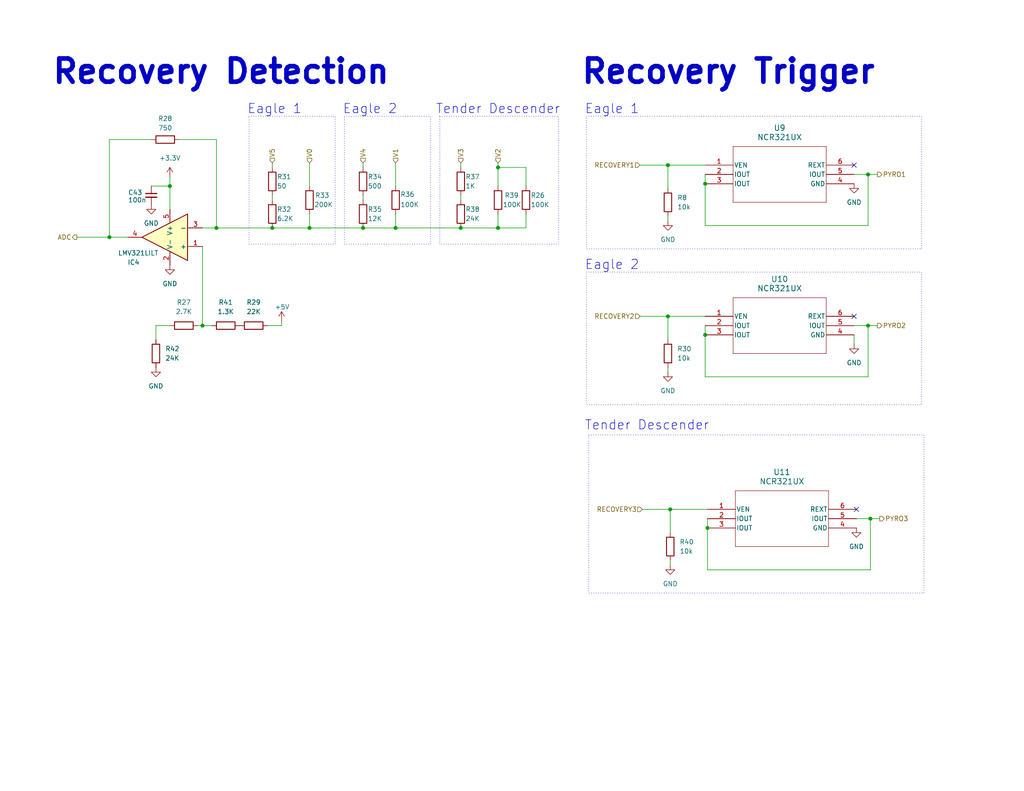
<source format=kicad_sch>
(kicad_sch (version 20250114) (generator "eeschema") (generator_version "9.0")
  (paper "User" 279.4 215.9)
  (lib_symbols
    (symbol "Device:C_Small" (pin_numbers (hide yes)) (pin_names (offset 0.254) (hide yes))
      (property "Reference" "C" (at 0.254 1.778 0))
      (property "Value" "C_Small" (at 0.254 -2.032 0))
      (symbol "C_Small_0_1"
        (polyline (pts (xy -1.524 0.508) (xy 1.524 0.508)) (stroke (width 0.3048)))
        (polyline (pts (xy -1.524 -0.508) (xy 1.524 -0.508)) (stroke (width 0.3302)))
      )
      (symbol "C_Small_1_1"
        (pin passive line (at 0 2.54 270) (length 2.032) (name "~") (number "1"))
        (pin passive line (at 0 -2.54 90) (length 2.032) (name "~") (number "2"))
      )
    )
    (symbol "Device:R" (pin_numbers (hide yes)) (pin_names (offset 0))
      (property "Reference" "R" (at 2.032 0 90))
      (property "Value" "R" (at 0 0 90))
      (symbol "R_0_1"
        (rectangle (start -1.016 -2.54) (end 1.016 2.54) (stroke (width 0.254)))
      )
      (symbol "R_1_1"
        (pin passive line (at 0 3.81 270) (length 1.27) (name "~") (number "1"))
        (pin passive line (at 0 -3.81 90) (length 1.27) (name "~") (number "2"))
      )
    )
    (symbol "LMV321LILT:LMV321LILT"
      (property "Value" "LMV321LILT" (at 2.794 6.858 0))
      (symbol "LMV321LILT_1_1"
        (polyline (pts (xy 2.794 3.81) (xy 15.24 -2.54) (xy 2.794 -8.89) (xy 2.794 3.556)) (stroke (width 0.254)) (fill (type background)))
        (pin passive line (at -1.27 0 0) (length 3.81) (name "-") (number "3"))
        (pin passive line (at -1.27 -5.08 0) (length 3.81) (name "+") (number "1"))
        (pin passive line (at 7.62 5.08 270) (length 3.81) (name "V+") (number "5"))
        (pin power_in line (at 7.62 -10.16 90) (length 3.81) (name "V-") (number "2"))
        (pin passive line (at 19.05 -2.54 180) (length 3.81) (name "") (number "4"))
      )
    )
    (symbol "NCR321UX:NCR321UX" (pin_names (offset 0.254))
      (property "Reference" "U" (at 20.32 10.16 0))
      (property "Value" "NCR321UX" (at 20.32 7.62 0))
      (symbol "NCR321UX_0_1"
        (polyline (pts (xy 7.62 5.08) (xy 7.62 -10.16)) (stroke (width 0.127)))
        (polyline (pts (xy 7.62 -10.16) (xy 33.02 -10.16)) (stroke (width 0.127)))
        (polyline (pts (xy 33.02 5.08) (xy 7.62 5.08)) (stroke (width 0.127)))
        (polyline (pts (xy 33.02 -10.16) (xy 33.02 5.08)) (stroke (width 0.127)))
        (pin passive line (at 0 0 0) (length 7.62) (name "VEN") (number "1"))
        (pin passive line (at 0 -2.54 0) (length 7.62) (name "IOUT") (number "2"))
        (pin passive line (at 0 -5.08 0) (length 7.62) (name "IOUT") (number "3"))
        (pin passive line (at 40.64 0 180) (length 7.62) (name "REXT") (number "6"))
        (pin passive line (at 40.64 -2.54 180) (length 7.62) (name "IOUT") (number "5"))
        (pin passive line (at 40.64 -5.08 180) (length 7.62) (name "GND") (number "4"))
      )
    )
    (symbol "power:+3.3V" (power) (pin_numbers (hide yes)) (pin_names (offset 0) (hide yes))
      (property "Value" "+3.3V" (at 0 3.556 0))
      (symbol "+3.3V_0_1"
        (polyline (pts (xy -0.762 1.27) (xy 0 2.54)))
        (polyline (pts (xy 0 2.54) (xy 0.762 1.27)))
        (polyline (pts (xy 0 0) (xy 0 2.54)))
      )
      (symbol "+3.3V_1_1"
        (pin power_in line (at 0 0 90) (length 0) (name "~") (number "1"))
      )
    )
    (symbol "power:+5V" (power) (pin_numbers (hide yes)) (pin_names (offset 0) (hide yes))
      (property "Value" "+5V" (at 0 3.556 0))
      (symbol "+5V_0_1"
        (polyline (pts (xy -0.762 1.27) (xy 0 2.54)))
        (polyline (pts (xy 0 2.54) (xy 0.762 1.27)))
        (polyline (pts (xy 0 0) (xy 0 2.54)))
      )
      (symbol "+5V_1_1"
        (pin power_in line (at 0 0 90) (length 0) (name "~") (number "1"))
      )
    )
    (symbol "power:GND" (power) (pin_numbers (hide yes)) (pin_names (offset 0) (hide yes))
      (property "Value" "GND" (at 0 -3.81 0))
      (symbol "GND_0_1"
        (polyline (pts (xy 0 0) (xy 0 -1.27) (xy 1.27 -1.27) (xy 0 -2.54) (xy -1.27 -1.27) (xy 0 -1.27)))
      )
      (symbol "GND_1_1"
        (pin power_in line (at 0 0 270) (length 0) (name "~") (number "1"))
      )
    )
  )
  (rectangle (start 120.015 31.75) (end 152.4 66.675) (stroke (width 0) (type dot)))
  (rectangle (start 160.02 31.75) (end 251.46 67.945) (stroke (width 0) (type dot)))
  (rectangle (start 93.98 31.75) (end 117.475 66.675) (stroke (width 0) (type dot)))
  (rectangle (start 67.945 31.75) (end 91.44 66.675) (stroke (width 0) (type dot)))
  (rectangle (start 160.02 74.295) (end 251.46 110.49) (stroke (width 0) (type dot)))
  (rectangle (start 160.655 118.745) (end 252.095 161.925) (stroke (width 0) (type dot)))
  (text "Recovery Trigger" (at 198.755 19.685 0) (effects (font (size 6.35 6.35) (thickness 1.27) (bold yes))))
  (text "Recovery Detection" (at 60.325 19.685 0) (effects (font (size 6.35 6.35) (thickness 1.27) (bold yes))))
  (text "Tender Descender" (at 135.89 29.845 0) (effects (font (size 2.54 2.54))))
  (text "Tender Descender" (at 176.53 116.205 0) (effects (font (size 2.54 2.54))))
  (text "Eagle 2" (at 100.965 29.845 0) (effects (font (size 2.54 2.54))))
  (text "Eagle 1" (at 74.93 29.845 0) (effects (font (size 2.54 2.54))))
  (text "Eagle 2" (at 167.005 72.39 0) (effects (font (size 2.54 2.54))))
  (text "Eagle 1" (at 167.005 29.845 0) (effects (font (size 2.54 2.54))))
  (junction (at 59.055 62.23))
  (junction (at 74.295 62.23))
  (junction (at 192.405 50.165))
  (junction (at 99.06 62.23))
  (junction (at 29.845 64.77))
  (junction (at 84.455 62.23))
  (junction (at 107.95 62.23))
  (junction (at 135.89 62.23))
  (junction (at 182.245 45.085))
  (junction (at 46.355 50.8))
  (junction (at 55.245 88.9))
  (junction (at 125.73 62.23))
  (junction (at 193.04 144.145))
  (junction (at 237.49 141.605))
  (junction (at 236.855 47.625))
  (junction (at 236.855 88.9))
  (junction (at 182.245 86.36))
  (junction (at 182.88 139.065))
  (junction (at 135.89 45.72))
  (junction (at 192.405 91.44))
  (no_connect (at 233.045 86.36))
  (no_connect (at 233.68 139.065))
  (no_connect (at 233.045 45.085))
  (wire (pts (xy 74.295 44.45) (xy 74.295 45.72)))
  (wire (pts (xy 182.88 139.065) (xy 193.04 139.065)))
  (wire (pts (xy 182.245 45.085) (xy 182.245 51.435)))
  (wire (pts (xy 125.73 62.23) (xy 135.89 62.23)))
  (wire (pts (xy 135.89 45.72) (xy 135.89 50.8)))
  (wire (pts (xy 236.855 47.625) (xy 239.395 47.625)))
  (wire (pts (xy 236.855 88.9) (xy 233.045 88.9)))
  (wire (pts (xy 193.04 155.575) (xy 193.04 144.145)))
  (wire (pts (xy 59.055 38.1) (xy 59.055 62.23)))
  (wire (pts (xy 107.95 62.23) (xy 125.73 62.23)))
  (wire (pts (xy 42.545 88.9) (xy 46.355 88.9)))
  (wire (pts (xy 135.89 58.42) (xy 135.89 62.23)))
  (wire (pts (xy 236.855 88.9) (xy 236.855 102.87)))
  (wire (pts (xy 237.49 155.575) (xy 193.04 155.575)))
  (wire (pts (xy 193.04 141.605) (xy 193.04 144.145)))
  (wire (pts (xy 74.295 53.34) (xy 74.295 54.61)))
  (wire (pts (xy 237.49 141.605) (xy 237.49 155.575)))
  (wire (pts (xy 182.245 86.36) (xy 182.245 92.71)))
  (wire (pts (xy 237.49 141.605) (xy 233.68 141.605)))
  (wire (pts (xy 175.26 139.065) (xy 182.88 139.065)))
  (wire (pts (xy 125.73 53.34) (xy 125.73 54.61)))
  (wire (pts (xy 76.835 87.63) (xy 76.835 88.9)))
  (wire (pts (xy 237.49 141.605) (xy 240.03 141.605)))
  (wire (pts (xy 233.045 93.98) (xy 233.045 91.44)))
  (wire (pts (xy 236.855 47.625) (xy 236.855 61.595)))
  (wire (pts (xy 192.405 88.9) (xy 192.405 91.44)))
  (wire (pts (xy 29.845 38.1) (xy 29.845 64.77)))
  (wire (pts (xy 46.355 48.26) (xy 46.355 50.8)))
  (wire (pts (xy 74.295 62.23) (xy 84.455 62.23)))
  (wire (pts (xy 99.06 44.45) (xy 99.06 45.72)))
  (wire (pts (xy 182.88 153.035) (xy 182.88 154.305)))
  (wire (pts (xy 99.06 62.23) (xy 107.95 62.23)))
  (wire (pts (xy 192.405 47.625) (xy 192.405 50.165)))
  (wire (pts (xy 76.835 88.9) (xy 73.025 88.9)))
  (wire (pts (xy 48.895 38.1) (xy 59.055 38.1)))
  (wire (pts (xy 29.845 64.77) (xy 34.925 64.77)))
  (wire (pts (xy 20.955 64.77) (xy 29.845 64.77)))
  (wire (pts (xy 135.89 44.45) (xy 135.89 45.72)))
  (wire (pts (xy 107.95 44.45) (xy 107.95 50.8)))
  (wire (pts (xy 182.88 139.065) (xy 182.88 145.415)))
  (wire (pts (xy 236.855 88.9) (xy 239.395 88.9)))
  (wire (pts (xy 84.455 62.23) (xy 99.06 62.23)))
  (wire (pts (xy 53.975 88.9) (xy 55.245 88.9)))
  (wire (pts (xy 42.545 92.71) (xy 42.545 88.9)))
  (wire (pts (xy 174.625 45.085) (xy 182.245 45.085)))
  (wire (pts (xy 59.055 62.23) (xy 74.295 62.23)))
  (wire (pts (xy 182.245 100.33) (xy 182.245 101.6)))
  (wire (pts (xy 182.245 59.055) (xy 182.245 60.325)))
  (wire (pts (xy 143.51 45.72) (xy 143.51 50.8)))
  (wire (pts (xy 236.855 47.625) (xy 233.045 47.625)))
  (wire (pts (xy 236.855 61.595) (xy 192.405 61.595)))
  (wire (pts (xy 125.73 44.45) (xy 125.73 45.72)))
  (wire (pts (xy 135.89 62.23) (xy 143.51 62.23)))
  (wire (pts (xy 135.89 45.72) (xy 143.51 45.72)))
  (wire (pts (xy 55.245 67.31) (xy 55.245 88.9)))
  (wire (pts (xy 55.245 88.9) (xy 57.785 88.9)))
  (wire (pts (xy 46.355 50.8) (xy 46.355 57.15)))
  (wire (pts (xy 143.51 62.23) (xy 143.51 58.42)))
  (wire (pts (xy 192.405 61.595) (xy 192.405 50.165)))
  (wire (pts (xy 182.245 86.36) (xy 192.405 86.36)))
  (wire (pts (xy 99.06 53.34) (xy 99.06 54.61)))
  (wire (pts (xy 192.405 102.87) (xy 192.405 91.44)))
  (wire (pts (xy 84.455 44.45) (xy 84.455 50.8)))
  (wire (pts (xy 236.855 102.87) (xy 192.405 102.87)))
  (wire (pts (xy 84.455 58.42) (xy 84.455 62.23)))
  (wire (pts (xy 41.275 50.8) (xy 46.355 50.8)))
  (wire (pts (xy 107.95 58.42) (xy 107.95 62.23)))
  (wire (pts (xy 174.625 86.36) (xy 182.245 86.36)))
  (wire (pts (xy 29.845 38.1) (xy 41.275 38.1)))
  (wire (pts (xy 55.245 62.23) (xy 59.055 62.23)))
  (wire (pts (xy 182.245 45.085) (xy 192.405 45.085)))
  (hierarchical_label "PYRO1" (shape output) (at 239.395 47.625 0))
  (hierarchical_label "PYRO2" (shape output) (at 239.395 88.9 0))
  (hierarchical_label "V1" (shape input) (at 107.95 44.45 90))
  (hierarchical_label "RECOVERY1" (shape input) (at 174.625 45.085 180))
  (hierarchical_label "RECOVERY3" (shape input) (at 175.26 139.065 180))
  (hierarchical_label "V3" (shape input) (at 125.73 44.45 90))
  (hierarchical_label "PYRO3" (shape output) (at 240.03 141.605 0))
  (hierarchical_label "V2" (shape input) (at 135.89 44.45 90))
  (hierarchical_label "RECOVERY2" (shape input) (at 174.625 86.36 180))
  (hierarchical_label "V5" (shape input) (at 74.295 44.45 90))
  (hierarchical_label "ADC" (shape output) (at 20.955 64.77 180))
  (hierarchical_label "V0" (shape input) (at 84.455 44.45 90))
  (hierarchical_label "V4" (shape input) (at 99.06 44.45 90))
  (symbol (lib_id "Device:R") (at 107.95 54.61 0) (unit 1)
    (property "Reference" "R36" (at 109.22 53.086 0) (effects (justify left)))
    (property "Value" "100K" (at 109.22 55.88 0) (effects (justify left)))
    (property "Footprint" "Resistor-0603:RES_0603" (effects (hide yes)))
    (property "Description" "Resistor" (effects (hide yes)))
  )
  (symbol (lib_id "Device:R") (at 135.89 54.61 0) (unit 1)
    (property "Reference" "R39" (at 137.668 53.34 0) (effects (justify left)))
    (property "Value" "100K" (at 137.16 55.88 0) (effects (justify left)))
    (property "Footprint" "Resistor-0603:RES_0603" (effects (hide yes)))
    (property "Description" "Resistor" (effects (hide yes)))
  )
  (symbol (lib_id "power:GND") (at 46.355 72.39 0) (unit 1)
    (property "Reference" "#PWR092" (effects (hide yes)))
    (property "Value" "GND" (at 46.355 77.47 0))
    (property "Description" "Power symbol creates a global label with name \"GND\" , ground" (effects (hide yes)))
  )
  (symbol (lib_id "Device:R") (at 125.73 49.53 0) (unit 1)
    (property "Reference" "R37" (at 127 48.26 0) (effects (justify left)))
    (property "Value" "1K" (at 127 50.8 0) (effects (justify left)))
    (property "Footprint" "Resistor-0603:RES_0603" (effects (hide yes)))
    (property "Description" "Resistor" (effects (hide yes)))
  )
  (symbol (lib_id "NCR321UX:NCR321UX") (at 192.405 86.36 0) (unit 1)
    (property "Reference" "U10" (at 212.725 76.2 0) (effects (font (size 1.524 1.524))))
    (property "Value" "NCR321UX" (at 212.725 78.74 0) (effects (font (size 1.524 1.524))))
    (property "Footprint" "LED Driver_NCR321UX:TSOP6_SOT457_NEX" (effects (hide yes)))
    (property "Datasheet" "NCR321UX" (effects (hide yes)))
  )
  (symbol (lib_id "power:GND") (at 41.275 55.88 0) (unit 1)
    (property "Reference" "#PWR0101" (effects (hide yes)))
    (property "Value" "GND" (at 41.275 60.96 0))
    (property "Description" "Power symbol creates a global label with name \"GND\" , ground" (effects (hide yes)))
  )
  (symbol (lib_id "power:GND") (at 182.245 60.325 0) (unit 1)
    (property "Reference" "#PWR089" (effects (hide yes)))
    (property "Value" "GND" (at 182.245 65.405 0))
    (property "Description" "Power symbol creates a global label with name \"GND\" , ground" (effects (hide yes)))
  )
  (symbol (lib_id "Device:R") (at 42.545 96.52 0) (unit 1)
    (property "Reference" "R42" (at 45.085 95.2499 0) (effects (justify left)))
    (property "Value" "24K" (at 45.085 97.7899 0) (effects (justify left)))
    (property "Footprint" "Resistor-0402:RES_0402" (effects (hide yes)))
    (property "Description" "Resistor" (effects (hide yes)))
  )
  (symbol (lib_id "Device:R") (at 99.06 58.42 0) (unit 1)
    (property "Reference" "R35" (at 100.33 57.15 0) (effects (justify left)))
    (property "Value" "12K" (at 100.33 59.69 0) (effects (justify left)))
    (property "Footprint" "Resistor-0603:RES_0603" (effects (hide yes)))
    (property "Description" "Resistor" (effects (hide yes)))
  )
  (symbol (lib_id "Device:R") (at 50.165 88.9 90) (unit 1)
    (property "Reference" "R27" (at 50.165 82.55 90))
    (property "Value" "2.7K" (at 50.165 85.09 90))
    (property "Footprint" "Resistor-0402:RES_0402" (effects (hide yes)))
    (property "Description" "Resistor" (effects (hide yes)))
  )
  (symbol (lib_id "Device:R") (at 45.085 38.1 90) (unit 1)
    (property "Reference" "R28" (at 45.085 32.385 90))
    (property "Value" "750" (at 45.085 34.925 90))
    (property "Footprint" "Resistor-0805:RES_0805" (effects (hide yes)))
    (property "Description" "Resistor" (effects (hide yes)))
  )
  (symbol (lib_id "LMV321LILT:LMV321LILT") (at 53.975 62.23 0) (mirror y) (unit 1)
    (property "Reference" "IC4" (at 36.449 71.628 0))
    (property "Value" "LMV321LILT" (at 37.719 69.088 0))
    (property "Footprint" "LMV321LILT:SOT95P280X145-5N" (effects (hide yes)))
    (property "Datasheet" "http://www.st.com/content/ccc/resource/technical/document/datasheet/fa/2c/e4/1d/5f/74/45/2a/DM00052423.pdf/files/DM00052423.pdf/jcr:content/translations/en.DM00052423.pdf" (effects (hide yes)))
    (property "Description" "STMicroelectronics LMV321LILT Low Power Op Amp, 1.3MHz Rail to Rail, Swing, 2.7 V, 5 V, 5-Pin SOT-23" (effects (hide yes)))
    (property "Height" "1.45" (effects (hide yes)))
    (property "Mouser Part Number" "511-LMV321LILT" (effects (hide yes)))
    (property "Mouser Price/Stock" "https://www.mouser.co.uk/ProductDetail/STMicroelectronics/LMV321LILT?qs=0PAMiCYhSzEO4kUYl9lr1Q%3D%3D" (effects (hide yes)))
    (property "Manufacturer_Name" "STMicroelectronics" (effects (hide yes)))
    (property "Manufacturer_Part_Number" "LMV321LILT" (effects (hide yes)))
  )
  (symbol (lib_id "Device:R") (at 125.73 58.42 0) (unit 1)
    (property "Reference" "R38" (at 127 57.15 0) (effects (justify left)))
    (property "Value" "24K" (at 127 59.69 0) (effects (justify left)))
    (property "Footprint" "Resistor-0603:RES_0603" (effects (hide yes)))
    (property "Description" "Resistor" (effects (hide yes)))
  )
  (symbol (lib_id "power:GND") (at 233.045 93.98 0) (unit 1)
    (property "Reference" "#PWR096" (effects (hide yes)))
    (property "Value" "GND" (at 233.045 99.06 0))
    (property "Description" "Power symbol creates a global label with name \"GND\" , ground" (effects (hide yes)))
  )
  (symbol (lib_id "Device:R") (at 99.06 49.53 0) (unit 1)
    (property "Reference" "R34" (at 100.33 48.26 0) (effects (justify left)))
    (property "Value" "500" (at 100.33 50.8 0) (effects (justify left)))
    (property "Footprint" "Resistor-0603:RES_0603" (effects (hide yes)))
    (property "Description" "Resistor" (effects (hide yes)))
  )
  (symbol (lib_id "Device:R") (at 182.245 96.52 0) (unit 1)
    (property "Reference" "R30" (at 184.785 95.2499 0) (effects (justify left)))
    (property "Value" "10k" (at 184.785 97.7899 0) (effects (justify left)))
    (property "Footprint" "Resistor-0402:RES_0402" (effects (hide yes)))
    (property "Description" "Resistor" (effects (hide yes)))
  )
  (symbol (lib_id "Device:C_Small") (at 41.275 53.34 0) (unit 1)
    (property "Reference" "C43" (at 34.925 52.578 0) (effects (justify left)))
    (property "Value" "100n" (at 34.925 54.61 0) (effects (justify left)))
    (property "Footprint" "Capacitor-0402:Capacitor_0402" (effects (hide yes)))
    (property "Description" "Unpolarized capacitor, small symbol" (effects (hide yes)))
  )
  (symbol (lib_id "power:GND") (at 42.545 100.33 0) (unit 1)
    (property "Reference" "#PWR090" (effects (hide yes)))
    (property "Value" "GND" (at 42.545 105.41 0))
    (property "Description" "Power symbol creates a global label with name \"GND\" , ground" (effects (hide yes)))
  )
  (symbol (lib_id "Device:R") (at 84.455 54.61 0) (unit 1)
    (property "Reference" "R33" (at 85.979 53.3399 0) (effects (justify left)))
    (property "Value" "200K" (at 85.725 55.88 0) (effects (justify left)))
    (property "Footprint" "Resistor-0603:RES_0603" (effects (hide yes)))
    (property "Description" "Resistor" (effects (hide yes)))
  )
  (symbol (lib_id "Device:R") (at 74.295 58.42 0) (unit 1)
    (property "Reference" "R32" (at 75.565 57.15 0) (effects (justify left)))
    (property "Value" "6.2K" (at 75.565 59.69 0) (effects (justify left)))
    (property "Footprint" "Resistor-0603:RES_0603" (effects (hide yes)))
    (property "Description" "Resistor" (effects (hide yes)))
  )
  (symbol (lib_id "power:GND") (at 182.245 101.6 0) (unit 1)
    (property "Reference" "#PWR095" (effects (hide yes)))
    (property "Value" "GND" (at 182.245 106.68 0))
    (property "Description" "Power symbol creates a global label with name \"GND\" , ground" (effects (hide yes)))
  )
  (symbol (lib_id "power:GND") (at 233.68 144.145 0) (unit 1)
    (property "Reference" "#PWR098" (effects (hide yes)))
    (property "Value" "GND" (at 233.68 149.225 0))
    (property "Description" "Power symbol creates a global label with name \"GND\" , ground" (effects (hide yes)))
  )
  (symbol (lib_id "Device:R") (at 143.51 54.61 0) (unit 1)
    (property "Reference" "R26" (at 144.78 53.34 0) (effects (justify left)))
    (property "Value" "100K" (at 144.78 55.88 0) (effects (justify left)))
    (property "Footprint" "Resistor-0603:RES_0603" (effects (hide yes)))
    (property "Description" "Resistor" (effects (hide yes)))
  )
  (symbol (lib_id "power:GND") (at 233.045 50.165 0) (unit 1)
    (property "Reference" "#PWR093" (effects (hide yes)))
    (property "Value" "GND" (at 233.045 55.245 0))
    (property "Description" "Power symbol creates a global label with name \"GND\" , ground" (effects (hide yes)))
  )
  (symbol (lib_id "NCR321UX:NCR321UX") (at 192.405 45.085 0) (unit 1)
    (property "Reference" "U9" (at 212.725 34.925 0) (effects (font (size 1.524 1.524))))
    (property "Value" "NCR321UX" (at 212.725 37.465 0) (effects (font (size 1.524 1.524))))
    (property "Footprint" "LED Driver_NCR321UX:TSOP6_SOT457_NEX" (effects (hide yes)))
    (property "Datasheet" "NCR321UX" (effects (hide yes)))
  )
  (symbol (lib_id "Device:R") (at 61.595 88.9 90) (unit 1)
    (property "Reference" "R41" (at 61.595 82.55 90))
    (property "Value" "1.3K" (at 61.595 85.09 90))
    (property "Footprint" "Resistor-0402:RES_0402" (effects (hide yes)))
    (property "Description" "Resistor" (effects (hide yes)))
  )
  (symbol (lib_id "power:GND") (at 182.88 154.305 0) (unit 1)
    (property "Reference" "#PWR097" (effects (hide yes)))
    (property "Value" "GND" (at 182.88 159.385 0))
    (property "Description" "Power symbol creates a global label with name \"GND\" , ground" (effects (hide yes)))
  )
  (symbol (lib_id "power:+3.3V") (at 46.355 48.26 0) (unit 1)
    (property "Reference" "#PWR091" (effects (hide yes)))
    (property "Value" "+3.3V" (at 46.355 43.18 0))
    (property "Description" "Power symbol creates a global label with name \"+3.3V\"" (effects (hide yes)))
  )
  (symbol (lib_id "Device:R") (at 182.88 149.225 0) (unit 1)
    (property "Reference" "R40" (at 185.42 147.9549 0) (effects (justify left)))
    (property "Value" "10k" (at 185.42 150.4949 0) (effects (justify left)))
    (property "Footprint" "Resistor-0402:RES_0402" (effects (hide yes)))
    (property "Description" "Resistor" (effects (hide yes)))
  )
  (symbol (lib_id "power:+5V") (at 76.835 87.63 0) (unit 1)
    (property "Reference" "#PWR094" (effects (hide yes)))
    (property "Value" "+5V" (at 74.93 83.82 0) (effects (justify left)))
    (property "Description" "Power symbol creates a global label with name \"+5V\"" (effects (hide yes)))
  )
  (symbol (lib_id "Device:R") (at 69.215 88.9 90) (unit 1)
    (property "Reference" "R29" (at 69.215 82.55 90))
    (property "Value" "22K" (at 69.215 85.09 90))
    (property "Footprint" "Resistor-0402:RES_0402" (effects (hide yes)))
    (property "Description" "Resistor" (effects (hide yes)))
  )
  (symbol (lib_id "Device:R") (at 74.295 49.53 0) (unit 1)
    (property "Reference" "R31" (at 75.565 48.26 0) (effects (justify left)))
    (property "Value" "50" (at 75.565 50.8 0) (effects (justify left)))
    (property "Footprint" "Resistor-0603:RES_0603" (effects (hide yes)))
    (property "Description" "Resistor" (effects (hide yes)))
  )
  (symbol (lib_id "Device:R") (at 182.245 55.245 0) (unit 1)
    (property "Reference" "R8" (at 184.785 53.9749 0) (effects (justify left)))
    (property "Value" "10k" (at 184.785 56.5149 0) (effects (justify left)))
    (property "Footprint" "Resistor-0402:RES_0402" (effects (hide yes)))
    (property "Description" "Resistor" (effects (hide yes)))
  )
  (symbol (lib_id "NCR321UX:NCR321UX") (at 193.04 139.065 0) (unit 1)
    (property "Reference" "U11" (at 213.36 128.905 0) (effects (font (size 1.524 1.524))))
    (property "Value" "NCR321UX" (at 213.36 131.445 0) (effects (font (size 1.524 1.524))))
    (property "Footprint" "LED Driver_NCR321UX:TSOP6_SOT457_NEX" (effects (hide yes)))
    (property "Datasheet" "NCR321UX" (effects (hide yes)))
  )
)
</source>
